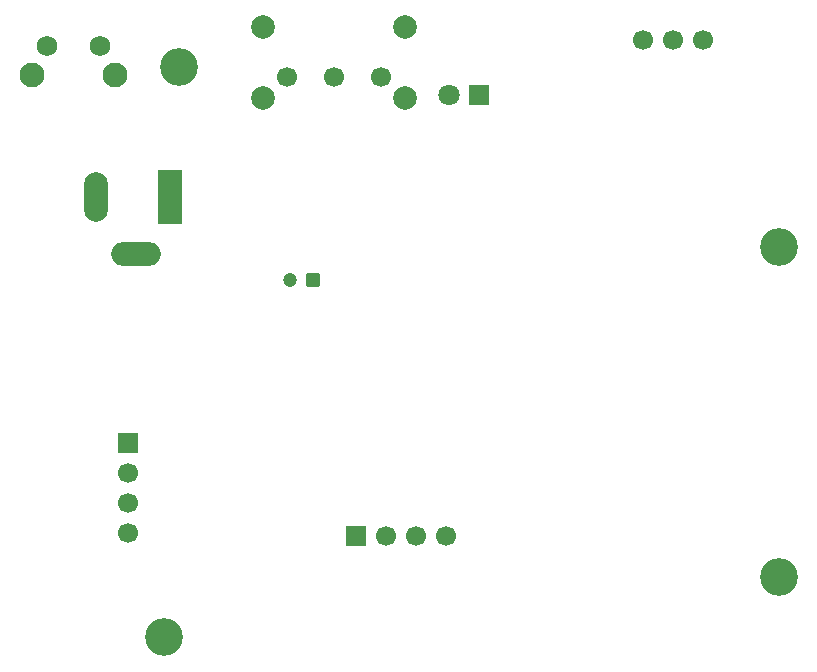
<source format=gbr>
%TF.GenerationSoftware,KiCad,Pcbnew,9.0.6*%
%TF.CreationDate,2026-01-14T13:32:50+01:00*%
%TF.ProjectId,DHT11 weather station,44485431-3120-4776-9561-746865722073,rev?*%
%TF.SameCoordinates,Original*%
%TF.FileFunction,Soldermask,Bot*%
%TF.FilePolarity,Negative*%
%FSLAX46Y46*%
G04 Gerber Fmt 4.6, Leading zero omitted, Abs format (unit mm)*
G04 Created by KiCad (PCBNEW 9.0.6) date 2026-01-14 13:32:50*
%MOMM*%
%LPD*%
G01*
G04 APERTURE LIST*
G04 Aperture macros list*
%AMRoundRect*
0 Rectangle with rounded corners*
0 $1 Rounding radius*
0 $2 $3 $4 $5 $6 $7 $8 $9 X,Y pos of 4 corners*
0 Add a 4 corners polygon primitive as box body*
4,1,4,$2,$3,$4,$5,$6,$7,$8,$9,$2,$3,0*
0 Add four circle primitives for the rounded corners*
1,1,$1+$1,$2,$3*
1,1,$1+$1,$4,$5*
1,1,$1+$1,$6,$7*
1,1,$1+$1,$8,$9*
0 Add four rect primitives between the rounded corners*
20,1,$1+$1,$2,$3,$4,$5,0*
20,1,$1+$1,$4,$5,$6,$7,0*
20,1,$1+$1,$6,$7,$8,$9,0*
20,1,$1+$1,$8,$9,$2,$3,0*%
G04 Aperture macros list end*
%ADD10R,1.700000X1.700000*%
%ADD11C,1.700000*%
%ADD12C,3.200000*%
%ADD13RoundRect,0.250000X0.350000X0.350000X-0.350000X0.350000X-0.350000X-0.350000X0.350000X-0.350000X0*%
%ADD14C,1.200000*%
%ADD15R,2.000000X4.600000*%
%ADD16O,2.000000X4.200000*%
%ADD17O,4.200000X2.000000*%
%ADD18C,2.000000*%
%ADD19R,1.800000X1.800000*%
%ADD20C,1.800000*%
%ADD21C,2.100000*%
%ADD22C,1.750000*%
G04 APERTURE END LIST*
D10*
%TO.C,J2*%
X40930000Y-76800000D03*
D11*
X40930000Y-79340000D03*
X40930000Y-81880000D03*
X40930000Y-84420000D03*
%TD*%
D12*
%TO.C,H1*%
X45240000Y-45000000D03*
%TD*%
%TO.C,H4*%
X43970000Y-93260000D03*
%TD*%
D10*
%TO.C,J3*%
X60190000Y-84720000D03*
D11*
X62730000Y-84720000D03*
X65270000Y-84720000D03*
X67810000Y-84720000D03*
%TD*%
%TO.C,J4*%
X89630000Y-42720000D03*
X87090000Y-42720000D03*
X84550000Y-42720000D03*
%TD*%
D13*
%TO.C,C2*%
X56602600Y-63000000D03*
D14*
X54602600Y-63000000D03*
%TD*%
D15*
%TO.C,J1*%
X44500000Y-56020000D03*
D16*
X38200000Y-56020000D03*
D17*
X41600000Y-60820000D03*
%TD*%
D12*
%TO.C,H3*%
X96040000Y-88180000D03*
%TD*%
D18*
%TO.C,SW1*%
X64360000Y-47620000D03*
X64360000Y-41620000D03*
X52360000Y-47620000D03*
X52360000Y-41620000D03*
D11*
X62360000Y-45870000D03*
X58360000Y-45870000D03*
X54360000Y-45870000D03*
%TD*%
D19*
%TO.C,D2*%
X70595000Y-47395000D03*
D20*
X68055000Y-47395000D03*
%TD*%
D21*
%TO.C,SW2*%
X32770000Y-45690000D03*
X39780000Y-45690000D03*
D22*
X34020000Y-43200000D03*
X38520000Y-43200000D03*
%TD*%
D12*
%TO.C,H2*%
X96040000Y-60240000D03*
%TD*%
M02*

</source>
